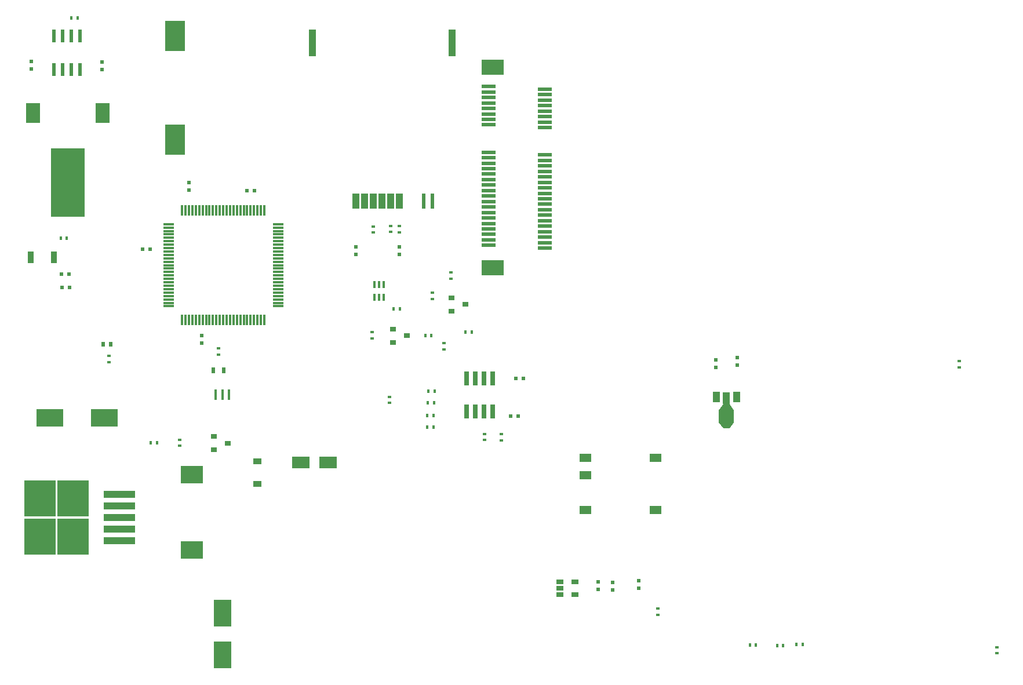
<source format=gtp>
G04 #@! TF.FileFunction,Paste,Top*
%FSLAX46Y46*%
G04 Gerber Fmt 4.6, Leading zero omitted, Abs format (unit mm)*
G04 Created by KiCad (PCBNEW 4.0.7) date 06/14/18 07:18:42*
%MOMM*%
%LPD*%
G01*
G04 APERTURE LIST*
%ADD10C,0.100000*%
%ADD11R,4.600000X1.100000*%
%ADD12R,4.550000X5.250000*%
%ADD13R,3.200000X2.300000*%
%ADD14R,2.000000X0.600000*%
%ADD15R,3.000000X4.500000*%
%ADD16R,0.600000X0.500000*%
%ADD17R,0.500000X0.600000*%
%ADD18R,2.500000X4.000000*%
%ADD19R,4.000000X2.500000*%
%ADD20R,0.600000X0.700000*%
%ADD21R,0.400000X1.050000*%
%ADD22R,1.200000X0.900000*%
%ADD23R,2.500000X1.800000*%
%ADD24R,1.000000X2.300000*%
%ADD25R,0.500000X2.300000*%
%ADD26R,1.000000X4.000000*%
%ADD27R,3.200000X2.600000*%
%ADD28R,0.900000X0.800000*%
%ADD29R,0.400000X0.600000*%
%ADD30R,0.600000X0.400000*%
%ADD31R,0.900000X1.700000*%
%ADD32R,0.660000X2.070000*%
%ADD33R,0.533400X1.981200*%
%ADD34R,1.800000X1.200000*%
%ADD35R,1.500000X0.350000*%
%ADD36R,0.350000X1.500000*%
%ADD37R,1.060000X0.650000*%
%ADD38R,0.300000X1.600000*%
%ADD39R,2.000000X3.000000*%
%ADD40R,5.000000X10.000000*%
%ADD41R,1.000000X1.500000*%
%ADD42R,1.000000X1.800000*%
%ADD43R,2.200000X1.840000*%
%ADD44R,0.500000X0.900000*%
G04 APERTURE END LIST*
D10*
D11*
X69605000Y-105670000D03*
X69605000Y-103970000D03*
X69605000Y-102270000D03*
X69605000Y-100570000D03*
X69605000Y-98870000D03*
D12*
X58030000Y-99495000D03*
X62880000Y-105045000D03*
X58030000Y-105045000D03*
X62880000Y-99495000D03*
D13*
X124150000Y-36450000D03*
X124150000Y-65750000D03*
D14*
X123550000Y-39300000D03*
X131750000Y-39700000D03*
X123550000Y-40100000D03*
X131750000Y-40500000D03*
X123550000Y-40900000D03*
X131750000Y-41300000D03*
X123550000Y-41700000D03*
X131750000Y-42100000D03*
X123550000Y-42500000D03*
X131750000Y-42900000D03*
X123550000Y-43300000D03*
X131750000Y-43700000D03*
X123550000Y-44100000D03*
X131750000Y-44500000D03*
X123550000Y-44900000D03*
X131750000Y-45300000D03*
X123550000Y-48900000D03*
X131750000Y-49300000D03*
X123550000Y-49700000D03*
X131750000Y-50100000D03*
X123550000Y-50500000D03*
X131750000Y-50900000D03*
X123550000Y-51300000D03*
X131750000Y-51700000D03*
X123550000Y-52100000D03*
X131750000Y-52500000D03*
X123550000Y-52900000D03*
X131750000Y-53300000D03*
X123550000Y-53700000D03*
X131750000Y-54100000D03*
X123550000Y-54500000D03*
X131750000Y-54900000D03*
X123550000Y-55300000D03*
X131750000Y-55700000D03*
X123550000Y-56100000D03*
X131750000Y-56500000D03*
X123550000Y-56900000D03*
X131750000Y-57300000D03*
X123550000Y-57700000D03*
X131750000Y-58100000D03*
X123550000Y-58500000D03*
X131750000Y-58900000D03*
X123550000Y-59300000D03*
X131750000Y-59700000D03*
X123550000Y-60100000D03*
X131750000Y-60500000D03*
X123550000Y-60900000D03*
X131750000Y-61300000D03*
X123550000Y-61700000D03*
X131750000Y-62100000D03*
X123550000Y-62500000D03*
X131750000Y-62900000D03*
D15*
X77760000Y-31900000D03*
X77760000Y-47100000D03*
D16*
X62230000Y-66710000D03*
X61130000Y-66710000D03*
X128610000Y-81950000D03*
X127510000Y-81950000D03*
X61270000Y-68650000D03*
X62370000Y-68650000D03*
X89330000Y-54480000D03*
X88230000Y-54480000D03*
X74110000Y-63030000D03*
X73010000Y-63030000D03*
D17*
X81650000Y-75710000D03*
X81650000Y-76810000D03*
X141680000Y-112820000D03*
X141680000Y-111720000D03*
X56740000Y-36700000D03*
X56740000Y-35600000D03*
X67060000Y-36780000D03*
X67060000Y-35680000D03*
X145500000Y-112600000D03*
X145500000Y-111500000D03*
X139590000Y-111650000D03*
X139590000Y-112750000D03*
X79790000Y-54400000D03*
X79790000Y-53300000D03*
X110540000Y-63830000D03*
X110540000Y-62730000D03*
X104200000Y-63830000D03*
X104200000Y-62730000D03*
D18*
X84750000Y-116250000D03*
X84750000Y-122350000D03*
D19*
X59440000Y-87720000D03*
X67440000Y-87720000D03*
D20*
X68370000Y-76950000D03*
X67270000Y-76950000D03*
D21*
X108220000Y-68210000D03*
X107570000Y-68210000D03*
X106920000Y-68210000D03*
X106920000Y-70060000D03*
X107570000Y-70060000D03*
X108220000Y-70060000D03*
D22*
X89790000Y-97350000D03*
X89790000Y-94050000D03*
D23*
X96140000Y-94220000D03*
X100140000Y-94220000D03*
D24*
X104190000Y-56050000D03*
X105460000Y-56050000D03*
X106730000Y-56050000D03*
X109270000Y-56050000D03*
X110540000Y-56050000D03*
X108000000Y-56050000D03*
D25*
X114080000Y-56050000D03*
X115380000Y-56050000D03*
D26*
X97840000Y-32950000D03*
X118240000Y-32950000D03*
D27*
X80200000Y-106990000D03*
X80200000Y-95990000D03*
D28*
X118160000Y-70200000D03*
X118160000Y-72100000D03*
X120160000Y-71150000D03*
X109610000Y-74760000D03*
X109610000Y-76660000D03*
X111610000Y-75710000D03*
X83440000Y-90440000D03*
X83440000Y-92340000D03*
X85440000Y-91390000D03*
D29*
X61960000Y-61420000D03*
X61060000Y-61420000D03*
D30*
X68140000Y-79580000D03*
X68140000Y-78680000D03*
X125470000Y-90070000D03*
X125470000Y-90970000D03*
D29*
X114720000Y-85490000D03*
X115620000Y-85490000D03*
X115520000Y-87390000D03*
X114620000Y-87390000D03*
D30*
X84150000Y-77580000D03*
X84150000Y-78480000D03*
X122990000Y-90040000D03*
X122990000Y-90940000D03*
D29*
X115690000Y-83810000D03*
X114790000Y-83810000D03*
X114600000Y-89100000D03*
X115500000Y-89100000D03*
X62630000Y-29300000D03*
X63530000Y-29300000D03*
D30*
X117060000Y-76810000D03*
X117060000Y-77710000D03*
D29*
X161720000Y-120930000D03*
X162620000Y-120930000D03*
X165710000Y-120980000D03*
X166610000Y-120980000D03*
X168550000Y-120800000D03*
X169450000Y-120800000D03*
D30*
X109080000Y-85540000D03*
X109080000Y-84640000D03*
X148310000Y-115550000D03*
X148310000Y-116450000D03*
X192300000Y-80300000D03*
X192300000Y-79400000D03*
D29*
X74210000Y-91340000D03*
X75110000Y-91340000D03*
D30*
X78430000Y-91790000D03*
X78430000Y-90890000D03*
X197790000Y-121200000D03*
X197790000Y-122100000D03*
X118100000Y-67370000D03*
X118100000Y-66470000D03*
X115330000Y-70340000D03*
X115330000Y-69440000D03*
D29*
X120190000Y-75170000D03*
X121090000Y-75170000D03*
X109710000Y-71800000D03*
X110610000Y-71800000D03*
D30*
X106510000Y-76100000D03*
X106510000Y-75200000D03*
D29*
X114320000Y-75720000D03*
X115220000Y-75720000D03*
D30*
X106730000Y-60630000D03*
X106730000Y-59730000D03*
X109260000Y-60550000D03*
X109260000Y-59650000D03*
X110550000Y-60570000D03*
X110550000Y-59670000D03*
D31*
X60100000Y-64230000D03*
X56700000Y-64230000D03*
D32*
X124150000Y-81930000D03*
X122880000Y-81930000D03*
X121610000Y-81930000D03*
X120340000Y-81930000D03*
X120340000Y-86780000D03*
X121610000Y-86780000D03*
X122880000Y-86780000D03*
X124150000Y-86780000D03*
D33*
X60090000Y-36840000D03*
X61360000Y-36840000D03*
X62630000Y-36840000D03*
X63900000Y-36840000D03*
X63900000Y-31912400D03*
X62630000Y-31912400D03*
X61360000Y-31912400D03*
X60090000Y-31912400D03*
D34*
X147920000Y-101140000D03*
X147920000Y-93520000D03*
X137720000Y-101140000D03*
X137720000Y-96060000D03*
X137720000Y-93520000D03*
D35*
X76800000Y-59400000D03*
X76800000Y-59900000D03*
X76800000Y-60400000D03*
X76800000Y-60900000D03*
X76800000Y-61400000D03*
X76800000Y-61900000D03*
X76800000Y-62400000D03*
X76800000Y-62900000D03*
X76800000Y-63400000D03*
X76800000Y-63900000D03*
X76800000Y-64400000D03*
X76800000Y-64900000D03*
X76800000Y-65400000D03*
X76800000Y-65900000D03*
X76800000Y-66400000D03*
X76800000Y-66900000D03*
X76800000Y-67400000D03*
X76800000Y-67900000D03*
X76800000Y-68400000D03*
X76800000Y-68900000D03*
X76800000Y-69400000D03*
X76800000Y-69900000D03*
X76800000Y-70400000D03*
X76800000Y-70900000D03*
X76800000Y-71400000D03*
D36*
X78800000Y-73400000D03*
X79300000Y-73400000D03*
X79800000Y-73400000D03*
X80300000Y-73400000D03*
X80800000Y-73400000D03*
X81300000Y-73400000D03*
X81800000Y-73400000D03*
X82300000Y-73400000D03*
X82800000Y-73400000D03*
X83300000Y-73400000D03*
X83800000Y-73400000D03*
X84300000Y-73400000D03*
X84800000Y-73400000D03*
X85300000Y-73400000D03*
X85800000Y-73400000D03*
X86300000Y-73400000D03*
X86800000Y-73400000D03*
X87300000Y-73400000D03*
X87800000Y-73400000D03*
X88300000Y-73400000D03*
X88800000Y-73400000D03*
X89300000Y-73400000D03*
X89800000Y-73400000D03*
X90300000Y-73400000D03*
X90800000Y-73400000D03*
D35*
X92800000Y-71400000D03*
X92800000Y-70900000D03*
X92800000Y-70400000D03*
X92800000Y-69900000D03*
X92800000Y-69400000D03*
X92800000Y-68900000D03*
X92800000Y-68400000D03*
X92800000Y-67900000D03*
X92800000Y-67400000D03*
X92800000Y-66900000D03*
X92800000Y-66400000D03*
X92800000Y-65900000D03*
X92800000Y-65400000D03*
X92800000Y-64900000D03*
X92800000Y-64400000D03*
X92800000Y-63900000D03*
X92800000Y-63400000D03*
X92800000Y-62900000D03*
X92800000Y-62400000D03*
X92800000Y-61900000D03*
X92800000Y-61400000D03*
X92800000Y-60900000D03*
X92800000Y-60400000D03*
X92800000Y-59900000D03*
X92800000Y-59400000D03*
D36*
X90800000Y-57400000D03*
X90300000Y-57400000D03*
X89800000Y-57400000D03*
X89300000Y-57400000D03*
X88800000Y-57400000D03*
X88300000Y-57400000D03*
X87800000Y-57400000D03*
X87300000Y-57400000D03*
X86800000Y-57400000D03*
X86300000Y-57400000D03*
X85800000Y-57400000D03*
X85300000Y-57400000D03*
X84800000Y-57400000D03*
X84300000Y-57400000D03*
X83800000Y-57400000D03*
X83300000Y-57400000D03*
X82800000Y-57400000D03*
X82300000Y-57400000D03*
X81800000Y-57400000D03*
X81300000Y-57400000D03*
X80800000Y-57400000D03*
X80300000Y-57400000D03*
X79800000Y-57400000D03*
X79300000Y-57400000D03*
X78800000Y-57400000D03*
D37*
X134000000Y-111650000D03*
X134000000Y-112600000D03*
X134000000Y-113550000D03*
X136200000Y-113550000D03*
X136200000Y-111650000D03*
D38*
X83720000Y-84340000D03*
X84670000Y-84340000D03*
X85620000Y-84340000D03*
D39*
X67140000Y-43180000D03*
D40*
X62060000Y-53340000D03*
D39*
X56980000Y-43180000D03*
D16*
X127860000Y-87410000D03*
X126760000Y-87410000D03*
D17*
X156760000Y-80360000D03*
X156760000Y-79260000D03*
X159920000Y-79990000D03*
X159920000Y-78890000D03*
D10*
G36*
X159420000Y-88392000D02*
X158820000Y-89242000D01*
X157820000Y-89242000D01*
X157220000Y-88392000D01*
X159420000Y-88392000D01*
X159420000Y-88392000D01*
G37*
D41*
X159820000Y-84670000D03*
D42*
X158320000Y-84816500D03*
D41*
X156820000Y-84670000D03*
D43*
X158320000Y-87483500D03*
D10*
G36*
X157220000Y-86573800D02*
X157920000Y-85573800D01*
X158720000Y-85573800D01*
X159420000Y-86573800D01*
X157220000Y-86573800D01*
X157220000Y-86573800D01*
G37*
D44*
X84870000Y-80750000D03*
X83370000Y-80750000D03*
M02*

</source>
